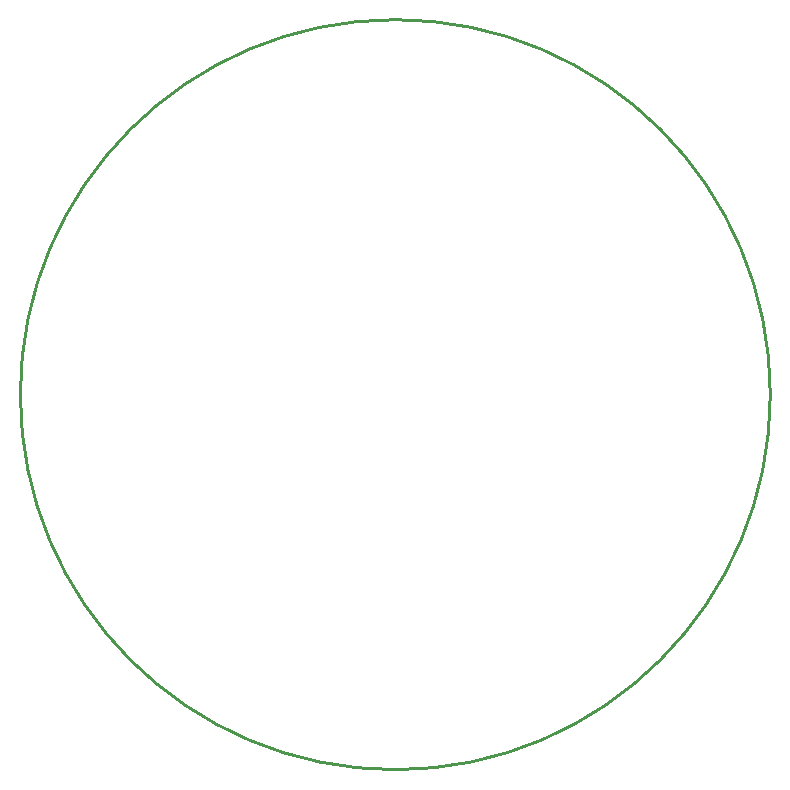
<source format=gko>
G04 Layer_Color=16711935*
%FSAX25Y25*%
%MOIN*%
G70*
G01*
G75*
%ADD59C,0.01000*%
D59*
X0521000Y0313500D02*
G03*
X0521000Y0313500I-0125000J0000000D01*
G01*
M02*

</source>
